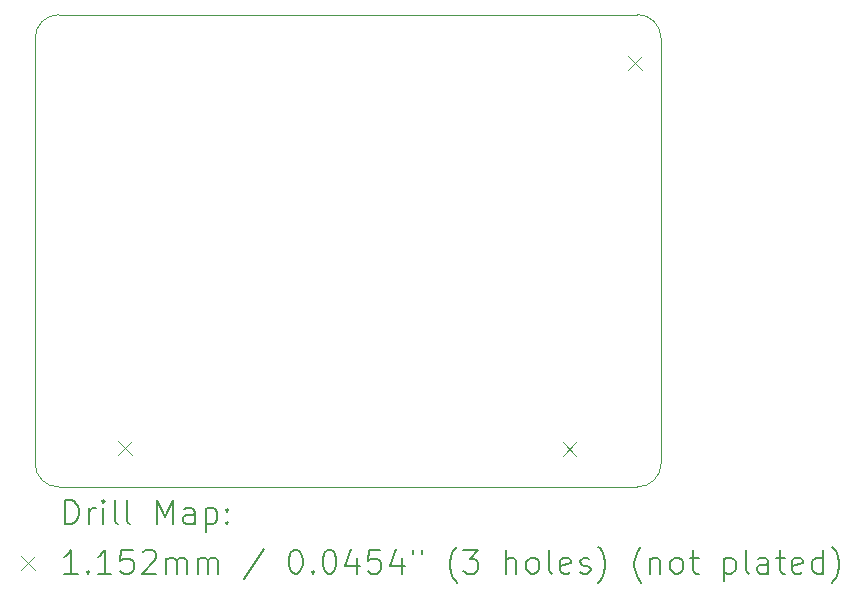
<source format=gbr>
%FSLAX45Y45*%
G04 Gerber Fmt 4.5, Leading zero omitted, Abs format (unit mm)*
G04 Created by KiCad (PCBNEW (6.0.2)) date 2022-03-18 23:14:53*
%MOMM*%
%LPD*%
G01*
G04 APERTURE LIST*
%TA.AperFunction,Profile*%
%ADD10C,0.050000*%
%TD*%
%ADD11C,0.200000*%
%ADD12C,0.115200*%
G04 APERTURE END LIST*
D10*
X11700000Y-11300000D02*
G75*
G03*
X11900000Y-11500000I200000J0D01*
G01*
X11900000Y-11500000D02*
X16800000Y-11500000D01*
X16800000Y-11500000D02*
G75*
G03*
X17000000Y-11300000I0J200000D01*
G01*
X16800000Y-7500000D02*
X11900000Y-7500000D01*
X17000000Y-7700000D02*
G75*
G03*
X16800000Y-7500000I-200000J0D01*
G01*
X17000000Y-11300000D02*
X17000000Y-7700000D01*
X11700000Y-11300000D02*
X11700000Y-7700000D01*
X11900000Y-7500000D02*
G75*
G03*
X11700000Y-7700000I0J-200000D01*
G01*
D11*
D12*
X12402400Y-11112400D02*
X12517600Y-11227600D01*
X12517600Y-11112400D02*
X12402400Y-11227600D01*
X16167400Y-11118400D02*
X16282600Y-11233600D01*
X16282600Y-11118400D02*
X16167400Y-11233600D01*
X16722400Y-7852400D02*
X16837600Y-7967600D01*
X16837600Y-7852400D02*
X16722400Y-7967600D01*
D11*
X11955119Y-11812976D02*
X11955119Y-11612976D01*
X12002738Y-11612976D01*
X12031309Y-11622500D01*
X12050357Y-11641548D01*
X12059881Y-11660595D01*
X12069405Y-11698690D01*
X12069405Y-11727262D01*
X12059881Y-11765357D01*
X12050357Y-11784405D01*
X12031309Y-11803452D01*
X12002738Y-11812976D01*
X11955119Y-11812976D01*
X12155119Y-11812976D02*
X12155119Y-11679643D01*
X12155119Y-11717738D02*
X12164643Y-11698690D01*
X12174167Y-11689167D01*
X12193214Y-11679643D01*
X12212262Y-11679643D01*
X12278928Y-11812976D02*
X12278928Y-11679643D01*
X12278928Y-11612976D02*
X12269405Y-11622500D01*
X12278928Y-11632024D01*
X12288452Y-11622500D01*
X12278928Y-11612976D01*
X12278928Y-11632024D01*
X12402738Y-11812976D02*
X12383690Y-11803452D01*
X12374167Y-11784405D01*
X12374167Y-11612976D01*
X12507500Y-11812976D02*
X12488452Y-11803452D01*
X12478928Y-11784405D01*
X12478928Y-11612976D01*
X12736071Y-11812976D02*
X12736071Y-11612976D01*
X12802738Y-11755833D01*
X12869405Y-11612976D01*
X12869405Y-11812976D01*
X13050357Y-11812976D02*
X13050357Y-11708214D01*
X13040833Y-11689167D01*
X13021786Y-11679643D01*
X12983690Y-11679643D01*
X12964643Y-11689167D01*
X13050357Y-11803452D02*
X13031309Y-11812976D01*
X12983690Y-11812976D01*
X12964643Y-11803452D01*
X12955119Y-11784405D01*
X12955119Y-11765357D01*
X12964643Y-11746309D01*
X12983690Y-11736786D01*
X13031309Y-11736786D01*
X13050357Y-11727262D01*
X13145595Y-11679643D02*
X13145595Y-11879643D01*
X13145595Y-11689167D02*
X13164643Y-11679643D01*
X13202738Y-11679643D01*
X13221786Y-11689167D01*
X13231309Y-11698690D01*
X13240833Y-11717738D01*
X13240833Y-11774881D01*
X13231309Y-11793928D01*
X13221786Y-11803452D01*
X13202738Y-11812976D01*
X13164643Y-11812976D01*
X13145595Y-11803452D01*
X13326548Y-11793928D02*
X13336071Y-11803452D01*
X13326548Y-11812976D01*
X13317024Y-11803452D01*
X13326548Y-11793928D01*
X13326548Y-11812976D01*
X13326548Y-11689167D02*
X13336071Y-11698690D01*
X13326548Y-11708214D01*
X13317024Y-11698690D01*
X13326548Y-11689167D01*
X13326548Y-11708214D01*
D12*
X11582300Y-12084900D02*
X11697500Y-12200100D01*
X11697500Y-12084900D02*
X11582300Y-12200100D01*
D11*
X12059881Y-12232976D02*
X11945595Y-12232976D01*
X12002738Y-12232976D02*
X12002738Y-12032976D01*
X11983690Y-12061548D01*
X11964643Y-12080595D01*
X11945595Y-12090119D01*
X12145595Y-12213928D02*
X12155119Y-12223452D01*
X12145595Y-12232976D01*
X12136071Y-12223452D01*
X12145595Y-12213928D01*
X12145595Y-12232976D01*
X12345595Y-12232976D02*
X12231309Y-12232976D01*
X12288452Y-12232976D02*
X12288452Y-12032976D01*
X12269405Y-12061548D01*
X12250357Y-12080595D01*
X12231309Y-12090119D01*
X12526548Y-12032976D02*
X12431309Y-12032976D01*
X12421786Y-12128214D01*
X12431309Y-12118690D01*
X12450357Y-12109167D01*
X12497976Y-12109167D01*
X12517024Y-12118690D01*
X12526548Y-12128214D01*
X12536071Y-12147262D01*
X12536071Y-12194881D01*
X12526548Y-12213928D01*
X12517024Y-12223452D01*
X12497976Y-12232976D01*
X12450357Y-12232976D01*
X12431309Y-12223452D01*
X12421786Y-12213928D01*
X12612262Y-12052024D02*
X12621786Y-12042500D01*
X12640833Y-12032976D01*
X12688452Y-12032976D01*
X12707500Y-12042500D01*
X12717024Y-12052024D01*
X12726548Y-12071071D01*
X12726548Y-12090119D01*
X12717024Y-12118690D01*
X12602738Y-12232976D01*
X12726548Y-12232976D01*
X12812262Y-12232976D02*
X12812262Y-12099643D01*
X12812262Y-12118690D02*
X12821786Y-12109167D01*
X12840833Y-12099643D01*
X12869405Y-12099643D01*
X12888452Y-12109167D01*
X12897976Y-12128214D01*
X12897976Y-12232976D01*
X12897976Y-12128214D02*
X12907500Y-12109167D01*
X12926548Y-12099643D01*
X12955119Y-12099643D01*
X12974167Y-12109167D01*
X12983690Y-12128214D01*
X12983690Y-12232976D01*
X13078928Y-12232976D02*
X13078928Y-12099643D01*
X13078928Y-12118690D02*
X13088452Y-12109167D01*
X13107500Y-12099643D01*
X13136071Y-12099643D01*
X13155119Y-12109167D01*
X13164643Y-12128214D01*
X13164643Y-12232976D01*
X13164643Y-12128214D02*
X13174167Y-12109167D01*
X13193214Y-12099643D01*
X13221786Y-12099643D01*
X13240833Y-12109167D01*
X13250357Y-12128214D01*
X13250357Y-12232976D01*
X13640833Y-12023452D02*
X13469405Y-12280595D01*
X13897976Y-12032976D02*
X13917024Y-12032976D01*
X13936071Y-12042500D01*
X13945595Y-12052024D01*
X13955119Y-12071071D01*
X13964643Y-12109167D01*
X13964643Y-12156786D01*
X13955119Y-12194881D01*
X13945595Y-12213928D01*
X13936071Y-12223452D01*
X13917024Y-12232976D01*
X13897976Y-12232976D01*
X13878928Y-12223452D01*
X13869405Y-12213928D01*
X13859881Y-12194881D01*
X13850357Y-12156786D01*
X13850357Y-12109167D01*
X13859881Y-12071071D01*
X13869405Y-12052024D01*
X13878928Y-12042500D01*
X13897976Y-12032976D01*
X14050357Y-12213928D02*
X14059881Y-12223452D01*
X14050357Y-12232976D01*
X14040833Y-12223452D01*
X14050357Y-12213928D01*
X14050357Y-12232976D01*
X14183690Y-12032976D02*
X14202738Y-12032976D01*
X14221786Y-12042500D01*
X14231309Y-12052024D01*
X14240833Y-12071071D01*
X14250357Y-12109167D01*
X14250357Y-12156786D01*
X14240833Y-12194881D01*
X14231309Y-12213928D01*
X14221786Y-12223452D01*
X14202738Y-12232976D01*
X14183690Y-12232976D01*
X14164643Y-12223452D01*
X14155119Y-12213928D01*
X14145595Y-12194881D01*
X14136071Y-12156786D01*
X14136071Y-12109167D01*
X14145595Y-12071071D01*
X14155119Y-12052024D01*
X14164643Y-12042500D01*
X14183690Y-12032976D01*
X14421786Y-12099643D02*
X14421786Y-12232976D01*
X14374167Y-12023452D02*
X14326548Y-12166309D01*
X14450357Y-12166309D01*
X14621786Y-12032976D02*
X14526548Y-12032976D01*
X14517024Y-12128214D01*
X14526548Y-12118690D01*
X14545595Y-12109167D01*
X14593214Y-12109167D01*
X14612262Y-12118690D01*
X14621786Y-12128214D01*
X14631309Y-12147262D01*
X14631309Y-12194881D01*
X14621786Y-12213928D01*
X14612262Y-12223452D01*
X14593214Y-12232976D01*
X14545595Y-12232976D01*
X14526548Y-12223452D01*
X14517024Y-12213928D01*
X14802738Y-12099643D02*
X14802738Y-12232976D01*
X14755119Y-12023452D02*
X14707500Y-12166309D01*
X14831309Y-12166309D01*
X14897976Y-12032976D02*
X14897976Y-12071071D01*
X14974167Y-12032976D02*
X14974167Y-12071071D01*
X15269405Y-12309167D02*
X15259881Y-12299643D01*
X15240833Y-12271071D01*
X15231309Y-12252024D01*
X15221786Y-12223452D01*
X15212262Y-12175833D01*
X15212262Y-12137738D01*
X15221786Y-12090119D01*
X15231309Y-12061548D01*
X15240833Y-12042500D01*
X15259881Y-12013928D01*
X15269405Y-12004405D01*
X15326548Y-12032976D02*
X15450357Y-12032976D01*
X15383690Y-12109167D01*
X15412262Y-12109167D01*
X15431309Y-12118690D01*
X15440833Y-12128214D01*
X15450357Y-12147262D01*
X15450357Y-12194881D01*
X15440833Y-12213928D01*
X15431309Y-12223452D01*
X15412262Y-12232976D01*
X15355119Y-12232976D01*
X15336071Y-12223452D01*
X15326548Y-12213928D01*
X15688452Y-12232976D02*
X15688452Y-12032976D01*
X15774167Y-12232976D02*
X15774167Y-12128214D01*
X15764643Y-12109167D01*
X15745595Y-12099643D01*
X15717024Y-12099643D01*
X15697976Y-12109167D01*
X15688452Y-12118690D01*
X15897976Y-12232976D02*
X15878928Y-12223452D01*
X15869405Y-12213928D01*
X15859881Y-12194881D01*
X15859881Y-12137738D01*
X15869405Y-12118690D01*
X15878928Y-12109167D01*
X15897976Y-12099643D01*
X15926548Y-12099643D01*
X15945595Y-12109167D01*
X15955119Y-12118690D01*
X15964643Y-12137738D01*
X15964643Y-12194881D01*
X15955119Y-12213928D01*
X15945595Y-12223452D01*
X15926548Y-12232976D01*
X15897976Y-12232976D01*
X16078928Y-12232976D02*
X16059881Y-12223452D01*
X16050357Y-12204405D01*
X16050357Y-12032976D01*
X16231309Y-12223452D02*
X16212262Y-12232976D01*
X16174167Y-12232976D01*
X16155119Y-12223452D01*
X16145595Y-12204405D01*
X16145595Y-12128214D01*
X16155119Y-12109167D01*
X16174167Y-12099643D01*
X16212262Y-12099643D01*
X16231309Y-12109167D01*
X16240833Y-12128214D01*
X16240833Y-12147262D01*
X16145595Y-12166309D01*
X16317024Y-12223452D02*
X16336071Y-12232976D01*
X16374167Y-12232976D01*
X16393214Y-12223452D01*
X16402738Y-12204405D01*
X16402738Y-12194881D01*
X16393214Y-12175833D01*
X16374167Y-12166309D01*
X16345595Y-12166309D01*
X16326548Y-12156786D01*
X16317024Y-12137738D01*
X16317024Y-12128214D01*
X16326548Y-12109167D01*
X16345595Y-12099643D01*
X16374167Y-12099643D01*
X16393214Y-12109167D01*
X16469405Y-12309167D02*
X16478928Y-12299643D01*
X16497976Y-12271071D01*
X16507500Y-12252024D01*
X16517024Y-12223452D01*
X16526548Y-12175833D01*
X16526548Y-12137738D01*
X16517024Y-12090119D01*
X16507500Y-12061548D01*
X16497976Y-12042500D01*
X16478928Y-12013928D01*
X16469405Y-12004405D01*
X16831310Y-12309167D02*
X16821786Y-12299643D01*
X16802738Y-12271071D01*
X16793214Y-12252024D01*
X16783690Y-12223452D01*
X16774167Y-12175833D01*
X16774167Y-12137738D01*
X16783690Y-12090119D01*
X16793214Y-12061548D01*
X16802738Y-12042500D01*
X16821786Y-12013928D01*
X16831310Y-12004405D01*
X16907500Y-12099643D02*
X16907500Y-12232976D01*
X16907500Y-12118690D02*
X16917024Y-12109167D01*
X16936071Y-12099643D01*
X16964643Y-12099643D01*
X16983690Y-12109167D01*
X16993214Y-12128214D01*
X16993214Y-12232976D01*
X17117024Y-12232976D02*
X17097976Y-12223452D01*
X17088452Y-12213928D01*
X17078929Y-12194881D01*
X17078929Y-12137738D01*
X17088452Y-12118690D01*
X17097976Y-12109167D01*
X17117024Y-12099643D01*
X17145595Y-12099643D01*
X17164643Y-12109167D01*
X17174167Y-12118690D01*
X17183690Y-12137738D01*
X17183690Y-12194881D01*
X17174167Y-12213928D01*
X17164643Y-12223452D01*
X17145595Y-12232976D01*
X17117024Y-12232976D01*
X17240833Y-12099643D02*
X17317024Y-12099643D01*
X17269405Y-12032976D02*
X17269405Y-12204405D01*
X17278929Y-12223452D01*
X17297976Y-12232976D01*
X17317024Y-12232976D01*
X17536071Y-12099643D02*
X17536071Y-12299643D01*
X17536071Y-12109167D02*
X17555119Y-12099643D01*
X17593214Y-12099643D01*
X17612262Y-12109167D01*
X17621786Y-12118690D01*
X17631310Y-12137738D01*
X17631310Y-12194881D01*
X17621786Y-12213928D01*
X17612262Y-12223452D01*
X17593214Y-12232976D01*
X17555119Y-12232976D01*
X17536071Y-12223452D01*
X17745595Y-12232976D02*
X17726548Y-12223452D01*
X17717024Y-12204405D01*
X17717024Y-12032976D01*
X17907500Y-12232976D02*
X17907500Y-12128214D01*
X17897976Y-12109167D01*
X17878929Y-12099643D01*
X17840833Y-12099643D01*
X17821786Y-12109167D01*
X17907500Y-12223452D02*
X17888452Y-12232976D01*
X17840833Y-12232976D01*
X17821786Y-12223452D01*
X17812262Y-12204405D01*
X17812262Y-12185357D01*
X17821786Y-12166309D01*
X17840833Y-12156786D01*
X17888452Y-12156786D01*
X17907500Y-12147262D01*
X17974167Y-12099643D02*
X18050357Y-12099643D01*
X18002738Y-12032976D02*
X18002738Y-12204405D01*
X18012262Y-12223452D01*
X18031310Y-12232976D01*
X18050357Y-12232976D01*
X18193214Y-12223452D02*
X18174167Y-12232976D01*
X18136071Y-12232976D01*
X18117024Y-12223452D01*
X18107500Y-12204405D01*
X18107500Y-12128214D01*
X18117024Y-12109167D01*
X18136071Y-12099643D01*
X18174167Y-12099643D01*
X18193214Y-12109167D01*
X18202738Y-12128214D01*
X18202738Y-12147262D01*
X18107500Y-12166309D01*
X18374167Y-12232976D02*
X18374167Y-12032976D01*
X18374167Y-12223452D02*
X18355119Y-12232976D01*
X18317024Y-12232976D01*
X18297976Y-12223452D01*
X18288452Y-12213928D01*
X18278929Y-12194881D01*
X18278929Y-12137738D01*
X18288452Y-12118690D01*
X18297976Y-12109167D01*
X18317024Y-12099643D01*
X18355119Y-12099643D01*
X18374167Y-12109167D01*
X18450357Y-12309167D02*
X18459881Y-12299643D01*
X18478929Y-12271071D01*
X18488452Y-12252024D01*
X18497976Y-12223452D01*
X18507500Y-12175833D01*
X18507500Y-12137738D01*
X18497976Y-12090119D01*
X18488452Y-12061548D01*
X18478929Y-12042500D01*
X18459881Y-12013928D01*
X18450357Y-12004405D01*
M02*

</source>
